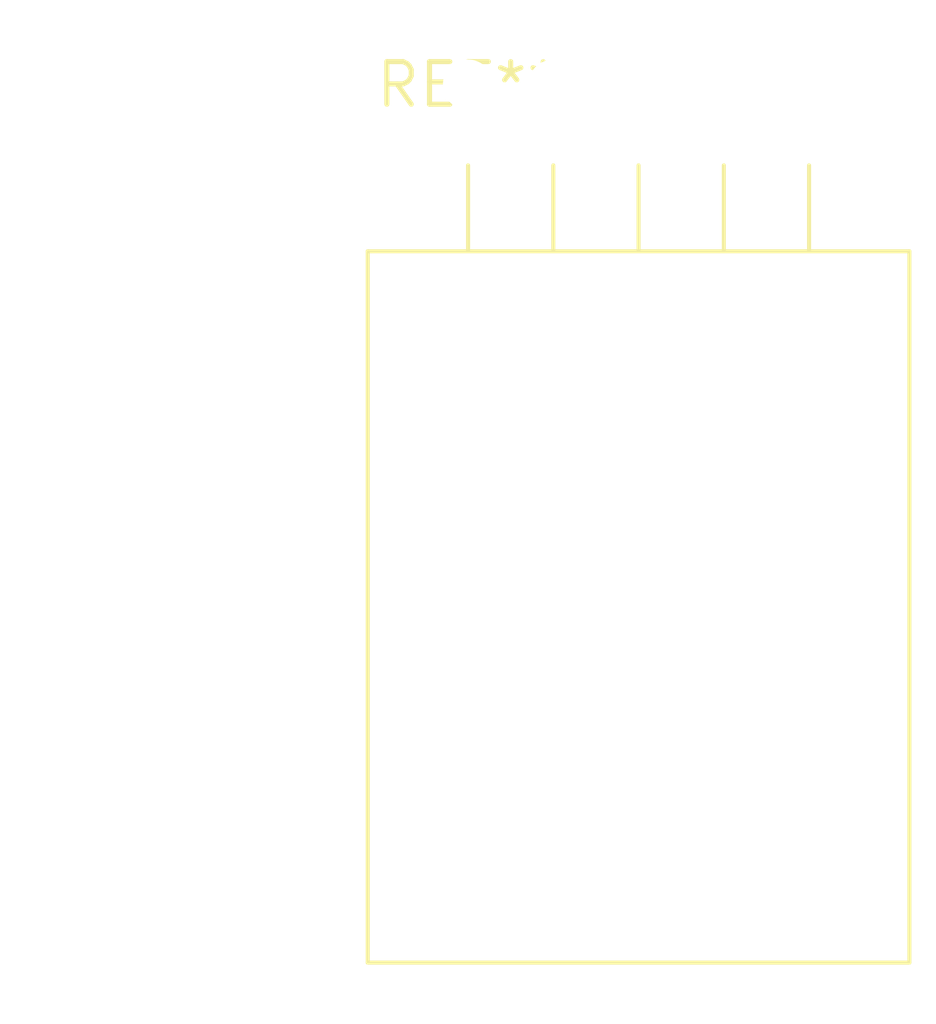
<source format=kicad_pcb>
(kicad_pcb (version 20240108) (generator pcbnew)
  (layers (0 "F.Cu" signal) (31 "B.Cu" signal) (34 "B.Paste" user) (35 "F.Paste" user) (36 "B.SilkS" user "B.Silkscreen") (37 "F.SilkS" user "F.Silkscreen") (38 "B.Mask" user) (39 "F.Mask" user) (44 "Edge.Cuts" user))
  (net 0 "")
  (footprint "TO-247-5_Horizontal_TabUp" (layer "F.Cu") (at 0 0)
    (property "Reference" "REF**")
    (property "Value" "TO-247-5_Horizontal_TabUp")
    (fp_line (start -2.99 4.96) (end -2.99 26.15) (layer "F.SilkS") (stroke (width 0.12)))
    (fp_line (start -2.99 4.96) (end 13.15 4.96) (layer "F.SilkS") (stroke (width 0.12)))
    (fp_line (start -2.99 26.15) (end 13.15 26.15) (layer "F.SilkS") (stroke (width 0.12)))
    (fp_line (start 0 2.4) (end 0 4.96) (layer "F.SilkS") (stroke (width 0.12)))
    (fp_line (start 2.54 2.4) (end 2.54 4.96) (layer "F.SilkS") (stroke (width 0.12)))
    (fp_line (start 5.08 2.4) (end 5.08 4.96) (layer "F.SilkS") (stroke (width 0.12)))
    (fp_line (start 7.62 2.4) (end 7.62 4.96) (layer "F.SilkS") (stroke (width 0.12)))
    (fp_line (start 10.16 2.4) (end 10.16 4.96) (layer "F.SilkS") (stroke (width 0.12)))
    (fp_line (start 13.15 4.96) (end 13.15 26.15) (layer "F.SilkS") (stroke (width 0.12)))
    (pad "" np_thru_hole oval (at 5.08 19.86) (size 3.6 3.6) (drill 3.6) (layers *.Cu *.Mask))
    (pad "1" thru_hole rect (at 0 0) (size 1.905 4.5) (drill 1.5) (layers *.Cu *.Mask) (remove_unused_layers))
    (pad "2" thru_hole oval (at 2.54 0) (size 1.905 4.5) (drill 1.5) (layers *.Cu *.Mask) (remove_unused_layers))
    (pad "3" thru_hole oval (at 5.08 0) (size 1.905 4.5) (drill 1.5) (layers *.Cu *.Mask) (remove_unused_layers))
    (pad "4" thru_hole oval (at 7.62 0) (size 1.905 4.5) (drill 1.5) (layers *.Cu *.Mask) (remove_unused_layers))
    (pad "5" thru_hole oval (at 10.16 0) (size 1.905 4.5) (drill 1.5) (layers *.Cu *.Mask) (remove_unused_layers))
  )
)
</source>
